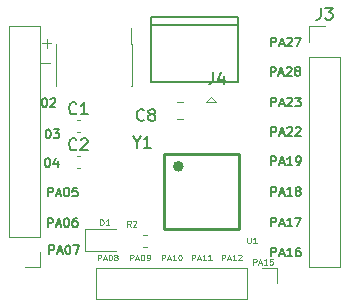
<source format=gbr>
G04 #@! TF.GenerationSoftware,KiCad,Pcbnew,(5.0.1)-rc2*
G04 #@! TF.CreationDate,2019-05-10T17:24:36-07:00*
G04 #@! TF.ProjectId,SAMD21E,53414D443231452E6B696361645F7063,rev?*
G04 #@! TF.SameCoordinates,Original*
G04 #@! TF.FileFunction,Legend,Top*
G04 #@! TF.FilePolarity,Positive*
%FSLAX46Y46*%
G04 Gerber Fmt 4.6, Leading zero omitted, Abs format (unit mm)*
G04 Created by KiCad (PCBNEW (5.0.1)-rc2) date 5/10/2019 5:24:36 PM*
%MOMM*%
%LPD*%
G01*
G04 APERTURE LIST*
%ADD10C,0.125000*%
%ADD11C,0.180000*%
%ADD12C,0.100000*%
%ADD13C,0.120000*%
%ADD14C,0.254000*%
%ADD15C,0.381000*%
%ADD16C,0.150000*%
%ADD17C,0.099060*%
G04 APERTURE END LIST*
D10*
X164380171Y-110309790D02*
X164380171Y-109809790D01*
X164570647Y-109809790D01*
X164618266Y-109833600D01*
X164642076Y-109857409D01*
X164665885Y-109905028D01*
X164665885Y-109976457D01*
X164642076Y-110024076D01*
X164618266Y-110047885D01*
X164570647Y-110071695D01*
X164380171Y-110071695D01*
X164856361Y-110166933D02*
X165094457Y-110166933D01*
X164808742Y-110309790D02*
X164975409Y-109809790D01*
X165142076Y-110309790D01*
X165570647Y-110309790D02*
X165284933Y-110309790D01*
X165427790Y-110309790D02*
X165427790Y-109809790D01*
X165380171Y-109881219D01*
X165332552Y-109928838D01*
X165284933Y-109952647D01*
X166023028Y-109809790D02*
X165784933Y-109809790D01*
X165761123Y-110047885D01*
X165784933Y-110024076D01*
X165832552Y-110000266D01*
X165951600Y-110000266D01*
X165999219Y-110024076D01*
X166023028Y-110047885D01*
X166046838Y-110095504D01*
X166046838Y-110214552D01*
X166023028Y-110262171D01*
X165999219Y-110285980D01*
X165951600Y-110309790D01*
X165832552Y-110309790D01*
X165784933Y-110285980D01*
X165761123Y-110262171D01*
X161738571Y-109954190D02*
X161738571Y-109454190D01*
X161929047Y-109454190D01*
X161976666Y-109478000D01*
X162000476Y-109501809D01*
X162024285Y-109549428D01*
X162024285Y-109620857D01*
X162000476Y-109668476D01*
X161976666Y-109692285D01*
X161929047Y-109716095D01*
X161738571Y-109716095D01*
X162214761Y-109811333D02*
X162452857Y-109811333D01*
X162167142Y-109954190D02*
X162333809Y-109454190D01*
X162500476Y-109954190D01*
X162929047Y-109954190D02*
X162643333Y-109954190D01*
X162786190Y-109954190D02*
X162786190Y-109454190D01*
X162738571Y-109525619D01*
X162690952Y-109573238D01*
X162643333Y-109597047D01*
X163119523Y-109501809D02*
X163143333Y-109478000D01*
X163190952Y-109454190D01*
X163310000Y-109454190D01*
X163357619Y-109478000D01*
X163381428Y-109501809D01*
X163405238Y-109549428D01*
X163405238Y-109597047D01*
X163381428Y-109668476D01*
X163095714Y-109954190D01*
X163405238Y-109954190D01*
X159198571Y-109954190D02*
X159198571Y-109454190D01*
X159389047Y-109454190D01*
X159436666Y-109478000D01*
X159460476Y-109501809D01*
X159484285Y-109549428D01*
X159484285Y-109620857D01*
X159460476Y-109668476D01*
X159436666Y-109692285D01*
X159389047Y-109716095D01*
X159198571Y-109716095D01*
X159674761Y-109811333D02*
X159912857Y-109811333D01*
X159627142Y-109954190D02*
X159793809Y-109454190D01*
X159960476Y-109954190D01*
X160389047Y-109954190D02*
X160103333Y-109954190D01*
X160246190Y-109954190D02*
X160246190Y-109454190D01*
X160198571Y-109525619D01*
X160150952Y-109573238D01*
X160103333Y-109597047D01*
X160865238Y-109954190D02*
X160579523Y-109954190D01*
X160722380Y-109954190D02*
X160722380Y-109454190D01*
X160674761Y-109525619D01*
X160627142Y-109573238D01*
X160579523Y-109597047D01*
X156658571Y-109954190D02*
X156658571Y-109454190D01*
X156849047Y-109454190D01*
X156896666Y-109478000D01*
X156920476Y-109501809D01*
X156944285Y-109549428D01*
X156944285Y-109620857D01*
X156920476Y-109668476D01*
X156896666Y-109692285D01*
X156849047Y-109716095D01*
X156658571Y-109716095D01*
X157134761Y-109811333D02*
X157372857Y-109811333D01*
X157087142Y-109954190D02*
X157253809Y-109454190D01*
X157420476Y-109954190D01*
X157849047Y-109954190D02*
X157563333Y-109954190D01*
X157706190Y-109954190D02*
X157706190Y-109454190D01*
X157658571Y-109525619D01*
X157610952Y-109573238D01*
X157563333Y-109597047D01*
X158158571Y-109454190D02*
X158206190Y-109454190D01*
X158253809Y-109478000D01*
X158277619Y-109501809D01*
X158301428Y-109549428D01*
X158325238Y-109644666D01*
X158325238Y-109763714D01*
X158301428Y-109858952D01*
X158277619Y-109906571D01*
X158253809Y-109930380D01*
X158206190Y-109954190D01*
X158158571Y-109954190D01*
X158110952Y-109930380D01*
X158087142Y-109906571D01*
X158063333Y-109858952D01*
X158039523Y-109763714D01*
X158039523Y-109644666D01*
X158063333Y-109549428D01*
X158087142Y-109501809D01*
X158110952Y-109478000D01*
X158158571Y-109454190D01*
X153966171Y-109954190D02*
X153966171Y-109454190D01*
X154156647Y-109454190D01*
X154204266Y-109478000D01*
X154228076Y-109501809D01*
X154251885Y-109549428D01*
X154251885Y-109620857D01*
X154228076Y-109668476D01*
X154204266Y-109692285D01*
X154156647Y-109716095D01*
X153966171Y-109716095D01*
X154442361Y-109811333D02*
X154680457Y-109811333D01*
X154394742Y-109954190D02*
X154561409Y-109454190D01*
X154728076Y-109954190D01*
X154989980Y-109454190D02*
X155037600Y-109454190D01*
X155085219Y-109478000D01*
X155109028Y-109501809D01*
X155132838Y-109549428D01*
X155156647Y-109644666D01*
X155156647Y-109763714D01*
X155132838Y-109858952D01*
X155109028Y-109906571D01*
X155085219Y-109930380D01*
X155037600Y-109954190D01*
X154989980Y-109954190D01*
X154942361Y-109930380D01*
X154918552Y-109906571D01*
X154894742Y-109858952D01*
X154870933Y-109763714D01*
X154870933Y-109644666D01*
X154894742Y-109549428D01*
X154918552Y-109501809D01*
X154942361Y-109478000D01*
X154989980Y-109454190D01*
X155394742Y-109954190D02*
X155489980Y-109954190D01*
X155537600Y-109930380D01*
X155561409Y-109906571D01*
X155609028Y-109835142D01*
X155632838Y-109739904D01*
X155632838Y-109549428D01*
X155609028Y-109501809D01*
X155585219Y-109478000D01*
X155537600Y-109454190D01*
X155442361Y-109454190D01*
X155394742Y-109478000D01*
X155370933Y-109501809D01*
X155347123Y-109549428D01*
X155347123Y-109668476D01*
X155370933Y-109716095D01*
X155394742Y-109739904D01*
X155442361Y-109763714D01*
X155537600Y-109763714D01*
X155585219Y-109739904D01*
X155609028Y-109716095D01*
X155632838Y-109668476D01*
X151222971Y-109954190D02*
X151222971Y-109454190D01*
X151413447Y-109454190D01*
X151461066Y-109478000D01*
X151484876Y-109501809D01*
X151508685Y-109549428D01*
X151508685Y-109620857D01*
X151484876Y-109668476D01*
X151461066Y-109692285D01*
X151413447Y-109716095D01*
X151222971Y-109716095D01*
X151699161Y-109811333D02*
X151937257Y-109811333D01*
X151651542Y-109954190D02*
X151818209Y-109454190D01*
X151984876Y-109954190D01*
X152246780Y-109454190D02*
X152294400Y-109454190D01*
X152342019Y-109478000D01*
X152365828Y-109501809D01*
X152389638Y-109549428D01*
X152413447Y-109644666D01*
X152413447Y-109763714D01*
X152389638Y-109858952D01*
X152365828Y-109906571D01*
X152342019Y-109930380D01*
X152294400Y-109954190D01*
X152246780Y-109954190D01*
X152199161Y-109930380D01*
X152175352Y-109906571D01*
X152151542Y-109858952D01*
X152127733Y-109763714D01*
X152127733Y-109644666D01*
X152151542Y-109549428D01*
X152175352Y-109501809D01*
X152199161Y-109478000D01*
X152246780Y-109454190D01*
X152699161Y-109668476D02*
X152651542Y-109644666D01*
X152627733Y-109620857D01*
X152603923Y-109573238D01*
X152603923Y-109549428D01*
X152627733Y-109501809D01*
X152651542Y-109478000D01*
X152699161Y-109454190D01*
X152794400Y-109454190D01*
X152842019Y-109478000D01*
X152865828Y-109501809D01*
X152889638Y-109549428D01*
X152889638Y-109573238D01*
X152865828Y-109620857D01*
X152842019Y-109644666D01*
X152794400Y-109668476D01*
X152699161Y-109668476D01*
X152651542Y-109692285D01*
X152627733Y-109716095D01*
X152603923Y-109763714D01*
X152603923Y-109858952D01*
X152627733Y-109906571D01*
X152651542Y-109930380D01*
X152699161Y-109954190D01*
X152794400Y-109954190D01*
X152842019Y-109930380D01*
X152865828Y-109906571D01*
X152889638Y-109858952D01*
X152889638Y-109763714D01*
X152865828Y-109716095D01*
X152842019Y-109692285D01*
X152794400Y-109668476D01*
D11*
X165899857Y-91830085D02*
X165899857Y-91080085D01*
X166185571Y-91080085D01*
X166257000Y-91115800D01*
X166292714Y-91151514D01*
X166328428Y-91222942D01*
X166328428Y-91330085D01*
X166292714Y-91401514D01*
X166257000Y-91437228D01*
X166185571Y-91472942D01*
X165899857Y-91472942D01*
X166614142Y-91615800D02*
X166971285Y-91615800D01*
X166542714Y-91830085D02*
X166792714Y-91080085D01*
X167042714Y-91830085D01*
X167257000Y-91151514D02*
X167292714Y-91115800D01*
X167364142Y-91080085D01*
X167542714Y-91080085D01*
X167614142Y-91115800D01*
X167649857Y-91151514D01*
X167685571Y-91222942D01*
X167685571Y-91294371D01*
X167649857Y-91401514D01*
X167221285Y-91830085D01*
X167685571Y-91830085D01*
X167935571Y-91080085D02*
X168435571Y-91080085D01*
X168114142Y-91830085D01*
X165849057Y-94319285D02*
X165849057Y-93569285D01*
X166134771Y-93569285D01*
X166206200Y-93605000D01*
X166241914Y-93640714D01*
X166277628Y-93712142D01*
X166277628Y-93819285D01*
X166241914Y-93890714D01*
X166206200Y-93926428D01*
X166134771Y-93962142D01*
X165849057Y-93962142D01*
X166563342Y-94105000D02*
X166920485Y-94105000D01*
X166491914Y-94319285D02*
X166741914Y-93569285D01*
X166991914Y-94319285D01*
X167206200Y-93640714D02*
X167241914Y-93605000D01*
X167313342Y-93569285D01*
X167491914Y-93569285D01*
X167563342Y-93605000D01*
X167599057Y-93640714D01*
X167634771Y-93712142D01*
X167634771Y-93783571D01*
X167599057Y-93890714D01*
X167170485Y-94319285D01*
X167634771Y-94319285D01*
X168063342Y-93890714D02*
X167991914Y-93855000D01*
X167956200Y-93819285D01*
X167920485Y-93747857D01*
X167920485Y-93712142D01*
X167956200Y-93640714D01*
X167991914Y-93605000D01*
X168063342Y-93569285D01*
X168206200Y-93569285D01*
X168277628Y-93605000D01*
X168313342Y-93640714D01*
X168349057Y-93712142D01*
X168349057Y-93747857D01*
X168313342Y-93819285D01*
X168277628Y-93855000D01*
X168206200Y-93890714D01*
X168063342Y-93890714D01*
X167991914Y-93926428D01*
X167956200Y-93962142D01*
X167920485Y-94033571D01*
X167920485Y-94176428D01*
X167956200Y-94247857D01*
X167991914Y-94283571D01*
X168063342Y-94319285D01*
X168206200Y-94319285D01*
X168277628Y-94283571D01*
X168313342Y-94247857D01*
X168349057Y-94176428D01*
X168349057Y-94033571D01*
X168313342Y-93962142D01*
X168277628Y-93926428D01*
X168206200Y-93890714D01*
X165899857Y-96910085D02*
X165899857Y-96160085D01*
X166185571Y-96160085D01*
X166257000Y-96195800D01*
X166292714Y-96231514D01*
X166328428Y-96302942D01*
X166328428Y-96410085D01*
X166292714Y-96481514D01*
X166257000Y-96517228D01*
X166185571Y-96552942D01*
X165899857Y-96552942D01*
X166614142Y-96695800D02*
X166971285Y-96695800D01*
X166542714Y-96910085D02*
X166792714Y-96160085D01*
X167042714Y-96910085D01*
X167257000Y-96231514D02*
X167292714Y-96195800D01*
X167364142Y-96160085D01*
X167542714Y-96160085D01*
X167614142Y-96195800D01*
X167649857Y-96231514D01*
X167685571Y-96302942D01*
X167685571Y-96374371D01*
X167649857Y-96481514D01*
X167221285Y-96910085D01*
X167685571Y-96910085D01*
X167935571Y-96160085D02*
X168399857Y-96160085D01*
X168149857Y-96445800D01*
X168257000Y-96445800D01*
X168328428Y-96481514D01*
X168364142Y-96517228D01*
X168399857Y-96588657D01*
X168399857Y-96767228D01*
X168364142Y-96838657D01*
X168328428Y-96874371D01*
X168257000Y-96910085D01*
X168042714Y-96910085D01*
X167971285Y-96874371D01*
X167935571Y-96838657D01*
X165899857Y-99399285D02*
X165899857Y-98649285D01*
X166185571Y-98649285D01*
X166257000Y-98685000D01*
X166292714Y-98720714D01*
X166328428Y-98792142D01*
X166328428Y-98899285D01*
X166292714Y-98970714D01*
X166257000Y-99006428D01*
X166185571Y-99042142D01*
X165899857Y-99042142D01*
X166614142Y-99185000D02*
X166971285Y-99185000D01*
X166542714Y-99399285D02*
X166792714Y-98649285D01*
X167042714Y-99399285D01*
X167257000Y-98720714D02*
X167292714Y-98685000D01*
X167364142Y-98649285D01*
X167542714Y-98649285D01*
X167614142Y-98685000D01*
X167649857Y-98720714D01*
X167685571Y-98792142D01*
X167685571Y-98863571D01*
X167649857Y-98970714D01*
X167221285Y-99399285D01*
X167685571Y-99399285D01*
X167971285Y-98720714D02*
X168007000Y-98685000D01*
X168078428Y-98649285D01*
X168257000Y-98649285D01*
X168328428Y-98685000D01*
X168364142Y-98720714D01*
X168399857Y-98792142D01*
X168399857Y-98863571D01*
X168364142Y-98970714D01*
X167935571Y-99399285D01*
X168399857Y-99399285D01*
X165899857Y-101888485D02*
X165899857Y-101138485D01*
X166185571Y-101138485D01*
X166257000Y-101174200D01*
X166292714Y-101209914D01*
X166328428Y-101281342D01*
X166328428Y-101388485D01*
X166292714Y-101459914D01*
X166257000Y-101495628D01*
X166185571Y-101531342D01*
X165899857Y-101531342D01*
X166614142Y-101674200D02*
X166971285Y-101674200D01*
X166542714Y-101888485D02*
X166792714Y-101138485D01*
X167042714Y-101888485D01*
X167685571Y-101888485D02*
X167257000Y-101888485D01*
X167471285Y-101888485D02*
X167471285Y-101138485D01*
X167399857Y-101245628D01*
X167328428Y-101317057D01*
X167257000Y-101352771D01*
X168042714Y-101888485D02*
X168185571Y-101888485D01*
X168257000Y-101852771D01*
X168292714Y-101817057D01*
X168364142Y-101709914D01*
X168399857Y-101567057D01*
X168399857Y-101281342D01*
X168364142Y-101209914D01*
X168328428Y-101174200D01*
X168257000Y-101138485D01*
X168114142Y-101138485D01*
X168042714Y-101174200D01*
X168007000Y-101209914D01*
X167971285Y-101281342D01*
X167971285Y-101459914D01*
X168007000Y-101531342D01*
X168042714Y-101567057D01*
X168114142Y-101602771D01*
X168257000Y-101602771D01*
X168328428Y-101567057D01*
X168364142Y-101531342D01*
X168399857Y-101459914D01*
X165899857Y-104479285D02*
X165899857Y-103729285D01*
X166185571Y-103729285D01*
X166257000Y-103765000D01*
X166292714Y-103800714D01*
X166328428Y-103872142D01*
X166328428Y-103979285D01*
X166292714Y-104050714D01*
X166257000Y-104086428D01*
X166185571Y-104122142D01*
X165899857Y-104122142D01*
X166614142Y-104265000D02*
X166971285Y-104265000D01*
X166542714Y-104479285D02*
X166792714Y-103729285D01*
X167042714Y-104479285D01*
X167685571Y-104479285D02*
X167257000Y-104479285D01*
X167471285Y-104479285D02*
X167471285Y-103729285D01*
X167399857Y-103836428D01*
X167328428Y-103907857D01*
X167257000Y-103943571D01*
X168114142Y-104050714D02*
X168042714Y-104015000D01*
X168007000Y-103979285D01*
X167971285Y-103907857D01*
X167971285Y-103872142D01*
X168007000Y-103800714D01*
X168042714Y-103765000D01*
X168114142Y-103729285D01*
X168257000Y-103729285D01*
X168328428Y-103765000D01*
X168364142Y-103800714D01*
X168399857Y-103872142D01*
X168399857Y-103907857D01*
X168364142Y-103979285D01*
X168328428Y-104015000D01*
X168257000Y-104050714D01*
X168114142Y-104050714D01*
X168042714Y-104086428D01*
X168007000Y-104122142D01*
X167971285Y-104193571D01*
X167971285Y-104336428D01*
X168007000Y-104407857D01*
X168042714Y-104443571D01*
X168114142Y-104479285D01*
X168257000Y-104479285D01*
X168328428Y-104443571D01*
X168364142Y-104407857D01*
X168399857Y-104336428D01*
X168399857Y-104193571D01*
X168364142Y-104122142D01*
X168328428Y-104086428D01*
X168257000Y-104050714D01*
X165899857Y-107070085D02*
X165899857Y-106320085D01*
X166185571Y-106320085D01*
X166257000Y-106355800D01*
X166292714Y-106391514D01*
X166328428Y-106462942D01*
X166328428Y-106570085D01*
X166292714Y-106641514D01*
X166257000Y-106677228D01*
X166185571Y-106712942D01*
X165899857Y-106712942D01*
X166614142Y-106855800D02*
X166971285Y-106855800D01*
X166542714Y-107070085D02*
X166792714Y-106320085D01*
X167042714Y-107070085D01*
X167685571Y-107070085D02*
X167257000Y-107070085D01*
X167471285Y-107070085D02*
X167471285Y-106320085D01*
X167399857Y-106427228D01*
X167328428Y-106498657D01*
X167257000Y-106534371D01*
X167935571Y-106320085D02*
X168435571Y-106320085D01*
X168114142Y-107070085D01*
X165899857Y-109610085D02*
X165899857Y-108860085D01*
X166185571Y-108860085D01*
X166257000Y-108895800D01*
X166292714Y-108931514D01*
X166328428Y-109002942D01*
X166328428Y-109110085D01*
X166292714Y-109181514D01*
X166257000Y-109217228D01*
X166185571Y-109252942D01*
X165899857Y-109252942D01*
X166614142Y-109395800D02*
X166971285Y-109395800D01*
X166542714Y-109610085D02*
X166792714Y-108860085D01*
X167042714Y-109610085D01*
X167685571Y-109610085D02*
X167257000Y-109610085D01*
X167471285Y-109610085D02*
X167471285Y-108860085D01*
X167399857Y-108967228D01*
X167328428Y-109038657D01*
X167257000Y-109074371D01*
X168328428Y-108860085D02*
X168185571Y-108860085D01*
X168114142Y-108895800D01*
X168078428Y-108931514D01*
X168007000Y-109038657D01*
X167971285Y-109181514D01*
X167971285Y-109467228D01*
X168007000Y-109538657D01*
X168042714Y-109574371D01*
X168114142Y-109610085D01*
X168257000Y-109610085D01*
X168328428Y-109574371D01*
X168364142Y-109538657D01*
X168399857Y-109467228D01*
X168399857Y-109288657D01*
X168364142Y-109217228D01*
X168328428Y-109181514D01*
X168257000Y-109145800D01*
X168114142Y-109145800D01*
X168042714Y-109181514D01*
X168007000Y-109217228D01*
X167971285Y-109288657D01*
X147119097Y-109411965D02*
X147119097Y-108661965D01*
X147404811Y-108661965D01*
X147476240Y-108697680D01*
X147511954Y-108733394D01*
X147547668Y-108804822D01*
X147547668Y-108911965D01*
X147511954Y-108983394D01*
X147476240Y-109019108D01*
X147404811Y-109054822D01*
X147119097Y-109054822D01*
X147833382Y-109197680D02*
X148190525Y-109197680D01*
X147761954Y-109411965D02*
X148011954Y-108661965D01*
X148261954Y-109411965D01*
X148654811Y-108661965D02*
X148726240Y-108661965D01*
X148797668Y-108697680D01*
X148833382Y-108733394D01*
X148869097Y-108804822D01*
X148904811Y-108947680D01*
X148904811Y-109126251D01*
X148869097Y-109269108D01*
X148833382Y-109340537D01*
X148797668Y-109376251D01*
X148726240Y-109411965D01*
X148654811Y-109411965D01*
X148583382Y-109376251D01*
X148547668Y-109340537D01*
X148511954Y-109269108D01*
X148476240Y-109126251D01*
X148476240Y-108947680D01*
X148511954Y-108804822D01*
X148547668Y-108733394D01*
X148583382Y-108697680D01*
X148654811Y-108661965D01*
X149154811Y-108661965D02*
X149654811Y-108661965D01*
X149333382Y-109411965D01*
X147002257Y-107120885D02*
X147002257Y-106370885D01*
X147287971Y-106370885D01*
X147359400Y-106406600D01*
X147395114Y-106442314D01*
X147430828Y-106513742D01*
X147430828Y-106620885D01*
X147395114Y-106692314D01*
X147359400Y-106728028D01*
X147287971Y-106763742D01*
X147002257Y-106763742D01*
X147716542Y-106906600D02*
X148073685Y-106906600D01*
X147645114Y-107120885D02*
X147895114Y-106370885D01*
X148145114Y-107120885D01*
X148537971Y-106370885D02*
X148609400Y-106370885D01*
X148680828Y-106406600D01*
X148716542Y-106442314D01*
X148752257Y-106513742D01*
X148787971Y-106656600D01*
X148787971Y-106835171D01*
X148752257Y-106978028D01*
X148716542Y-107049457D01*
X148680828Y-107085171D01*
X148609400Y-107120885D01*
X148537971Y-107120885D01*
X148466542Y-107085171D01*
X148430828Y-107049457D01*
X148395114Y-106978028D01*
X148359400Y-106835171D01*
X148359400Y-106656600D01*
X148395114Y-106513742D01*
X148430828Y-106442314D01*
X148466542Y-106406600D01*
X148537971Y-106370885D01*
X149430828Y-106370885D02*
X149287971Y-106370885D01*
X149216542Y-106406600D01*
X149180828Y-106442314D01*
X149109400Y-106549457D01*
X149073685Y-106692314D01*
X149073685Y-106978028D01*
X149109400Y-107049457D01*
X149145114Y-107085171D01*
X149216542Y-107120885D01*
X149359400Y-107120885D01*
X149430828Y-107085171D01*
X149466542Y-107049457D01*
X149502257Y-106978028D01*
X149502257Y-106799457D01*
X149466542Y-106728028D01*
X149430828Y-106692314D01*
X149359400Y-106656600D01*
X149216542Y-106656600D01*
X149145114Y-106692314D01*
X149109400Y-106728028D01*
X149073685Y-106799457D01*
X147002257Y-104530085D02*
X147002257Y-103780085D01*
X147287971Y-103780085D01*
X147359400Y-103815800D01*
X147395114Y-103851514D01*
X147430828Y-103922942D01*
X147430828Y-104030085D01*
X147395114Y-104101514D01*
X147359400Y-104137228D01*
X147287971Y-104172942D01*
X147002257Y-104172942D01*
X147716542Y-104315800D02*
X148073685Y-104315800D01*
X147645114Y-104530085D02*
X147895114Y-103780085D01*
X148145114Y-104530085D01*
X148537971Y-103780085D02*
X148609400Y-103780085D01*
X148680828Y-103815800D01*
X148716542Y-103851514D01*
X148752257Y-103922942D01*
X148787971Y-104065800D01*
X148787971Y-104244371D01*
X148752257Y-104387228D01*
X148716542Y-104458657D01*
X148680828Y-104494371D01*
X148609400Y-104530085D01*
X148537971Y-104530085D01*
X148466542Y-104494371D01*
X148430828Y-104458657D01*
X148395114Y-104387228D01*
X148359400Y-104244371D01*
X148359400Y-104065800D01*
X148395114Y-103922942D01*
X148430828Y-103851514D01*
X148466542Y-103815800D01*
X148537971Y-103780085D01*
X149466542Y-103780085D02*
X149109400Y-103780085D01*
X149073685Y-104137228D01*
X149109400Y-104101514D01*
X149180828Y-104065800D01*
X149359400Y-104065800D01*
X149430828Y-104101514D01*
X149466542Y-104137228D01*
X149502257Y-104208657D01*
X149502257Y-104387228D01*
X149466542Y-104458657D01*
X149430828Y-104494371D01*
X149359400Y-104530085D01*
X149180828Y-104530085D01*
X149109400Y-104494371D01*
X149073685Y-104458657D01*
X146927142Y-101290885D02*
X146998571Y-101290885D01*
X147070000Y-101326600D01*
X147105714Y-101362314D01*
X147141428Y-101433742D01*
X147177142Y-101576600D01*
X147177142Y-101755171D01*
X147141428Y-101898028D01*
X147105714Y-101969457D01*
X147070000Y-102005171D01*
X146998571Y-102040885D01*
X146927142Y-102040885D01*
X146855714Y-102005171D01*
X146820000Y-101969457D01*
X146784285Y-101898028D01*
X146748571Y-101755171D01*
X146748571Y-101576600D01*
X146784285Y-101433742D01*
X146820000Y-101362314D01*
X146855714Y-101326600D01*
X146927142Y-101290885D01*
X147820000Y-101540885D02*
X147820000Y-102040885D01*
X147641428Y-101255171D02*
X147462857Y-101790885D01*
X147927142Y-101790885D01*
X146977942Y-98852485D02*
X147049371Y-98852485D01*
X147120800Y-98888200D01*
X147156514Y-98923914D01*
X147192228Y-98995342D01*
X147227942Y-99138200D01*
X147227942Y-99316771D01*
X147192228Y-99459628D01*
X147156514Y-99531057D01*
X147120800Y-99566771D01*
X147049371Y-99602485D01*
X146977942Y-99602485D01*
X146906514Y-99566771D01*
X146870800Y-99531057D01*
X146835085Y-99459628D01*
X146799371Y-99316771D01*
X146799371Y-99138200D01*
X146835085Y-98995342D01*
X146870800Y-98923914D01*
X146906514Y-98888200D01*
X146977942Y-98852485D01*
X147477942Y-98852485D02*
X147942228Y-98852485D01*
X147692228Y-99138200D01*
X147799371Y-99138200D01*
X147870800Y-99173914D01*
X147906514Y-99209628D01*
X147942228Y-99281057D01*
X147942228Y-99459628D01*
X147906514Y-99531057D01*
X147870800Y-99566771D01*
X147799371Y-99602485D01*
X147585085Y-99602485D01*
X147513657Y-99566771D01*
X147477942Y-99531057D01*
X146673142Y-96210885D02*
X146744571Y-96210885D01*
X146816000Y-96246600D01*
X146851714Y-96282314D01*
X146887428Y-96353742D01*
X146923142Y-96496600D01*
X146923142Y-96675171D01*
X146887428Y-96818028D01*
X146851714Y-96889457D01*
X146816000Y-96925171D01*
X146744571Y-96960885D01*
X146673142Y-96960885D01*
X146601714Y-96925171D01*
X146566000Y-96889457D01*
X146530285Y-96818028D01*
X146494571Y-96675171D01*
X146494571Y-96496600D01*
X146530285Y-96353742D01*
X146566000Y-96282314D01*
X146601714Y-96246600D01*
X146673142Y-96210885D01*
X147208857Y-96282314D02*
X147244571Y-96246600D01*
X147316000Y-96210885D01*
X147494571Y-96210885D01*
X147566000Y-96246600D01*
X147601714Y-96282314D01*
X147637428Y-96353742D01*
X147637428Y-96425171D01*
X147601714Y-96532314D01*
X147173142Y-96960885D01*
X147637428Y-96960885D01*
D12*
X146431047Y-93238628D02*
X147192952Y-93238628D01*
X146532647Y-91562228D02*
X147294552Y-91562228D01*
X146913600Y-91943180D02*
X146913600Y-91181276D01*
D13*
G04 #@! TO.C,C1*
X149417721Y-99062000D02*
X149743279Y-99062000D01*
X149417721Y-98042000D02*
X149743279Y-98042000D01*
G04 #@! TO.C,C2*
X149417721Y-101090000D02*
X149743279Y-101090000D01*
X149417721Y-102110000D02*
X149743279Y-102110000D01*
G04 #@! TO.C,C8*
X158452078Y-97992000D02*
X157934922Y-97992000D01*
X158452078Y-96572000D02*
X157934922Y-96572000D01*
G04 #@! TO.C,J2*
X151070000Y-110557000D02*
X151070000Y-113217000D01*
X163830000Y-110557000D02*
X151070000Y-110557000D01*
X163830000Y-113217000D02*
X151070000Y-113217000D01*
X163830000Y-110557000D02*
X163830000Y-113217000D01*
X165100000Y-110557000D02*
X166430000Y-110557000D01*
X166430000Y-110557000D02*
X166430000Y-111887000D01*
G04 #@! TO.C,J5*
X154111000Y-91625000D02*
X154111000Y-95155000D01*
X147641000Y-91625000D02*
X147641000Y-95155000D01*
X154046000Y-90300000D02*
X154046000Y-91625000D01*
X154111000Y-91625000D02*
X154046000Y-91625000D01*
X154111000Y-95155000D02*
X154046000Y-95155000D01*
X147706000Y-91625000D02*
X147641000Y-91625000D01*
X147706000Y-95155000D02*
X147641000Y-95155000D01*
D14*
G04 #@! TO.C,U1*
X163189920Y-100970080D02*
X163189920Y-107309920D01*
X163189920Y-107309920D02*
X156850080Y-107309920D01*
X156850080Y-107309920D02*
X156850080Y-100970080D01*
X156850080Y-100970080D02*
X163189920Y-100965000D01*
D15*
X158283675Y-101986080D02*
G75*
G03X158283675Y-101986080I-249955J0D01*
G01*
D13*
G04 #@! TO.C,J1*
X146364000Y-110550000D02*
X145034000Y-110550000D01*
X146364000Y-109220000D02*
X146364000Y-110550000D01*
X146364000Y-107950000D02*
X143704000Y-107950000D01*
X143704000Y-107950000D02*
X143704000Y-90110000D01*
X146364000Y-107950000D02*
X146364000Y-90110000D01*
X146364000Y-90110000D02*
X143704000Y-90110000D01*
G04 #@! TO.C,J3*
X169104000Y-110550000D02*
X171764000Y-110550000D01*
X169104000Y-92710000D02*
X169104000Y-110550000D01*
X171764000Y-92710000D02*
X171764000Y-110550000D01*
X169104000Y-92710000D02*
X171764000Y-92710000D01*
X169104000Y-91440000D02*
X169104000Y-90110000D01*
X169104000Y-90110000D02*
X170434000Y-90110000D01*
G04 #@! TO.C,J4*
X160791500Y-96077500D02*
X161191500Y-96527500D01*
X161191500Y-96527500D02*
X160391500Y-96527500D01*
X160391500Y-96527500D02*
X160791500Y-96077500D01*
D16*
X163116500Y-89362500D02*
X163116500Y-94862500D01*
X163116500Y-94862500D02*
X155716500Y-94862500D01*
X155716500Y-94862500D02*
X155716500Y-89362500D01*
X155716500Y-89362500D02*
X163116500Y-89362500D01*
X163116500Y-90062500D02*
X155716500Y-90062500D01*
X155716500Y-90062500D02*
X155716500Y-89362500D01*
D13*
G04 #@! TO.C,D1*
X152792700Y-107254160D02*
X150107700Y-107254160D01*
X150107700Y-107254160D02*
X150107700Y-109174160D01*
X150107700Y-109174160D02*
X152792700Y-109174160D01*
G04 #@! TO.C,R2*
X155356679Y-108835920D02*
X155031121Y-108835920D01*
X155356679Y-107815920D02*
X155031121Y-107815920D01*
G04 #@! TO.C,C1*
D16*
X149413833Y-97479142D02*
X149366214Y-97526761D01*
X149223357Y-97574380D01*
X149128119Y-97574380D01*
X148985261Y-97526761D01*
X148890023Y-97431523D01*
X148842404Y-97336285D01*
X148794785Y-97145809D01*
X148794785Y-97002952D01*
X148842404Y-96812476D01*
X148890023Y-96717238D01*
X148985261Y-96622000D01*
X149128119Y-96574380D01*
X149223357Y-96574380D01*
X149366214Y-96622000D01*
X149413833Y-96669619D01*
X150366214Y-97574380D02*
X149794785Y-97574380D01*
X150080500Y-97574380D02*
X150080500Y-96574380D01*
X149985261Y-96717238D01*
X149890023Y-96812476D01*
X149794785Y-96860095D01*
G04 #@! TO.C,C2*
X149413833Y-100527142D02*
X149366214Y-100574761D01*
X149223357Y-100622380D01*
X149128119Y-100622380D01*
X148985261Y-100574761D01*
X148890023Y-100479523D01*
X148842404Y-100384285D01*
X148794785Y-100193809D01*
X148794785Y-100050952D01*
X148842404Y-99860476D01*
X148890023Y-99765238D01*
X148985261Y-99670000D01*
X149128119Y-99622380D01*
X149223357Y-99622380D01*
X149366214Y-99670000D01*
X149413833Y-99717619D01*
X149794785Y-99717619D02*
X149842404Y-99670000D01*
X149937642Y-99622380D01*
X150175738Y-99622380D01*
X150270976Y-99670000D01*
X150318595Y-99717619D01*
X150366214Y-99812857D01*
X150366214Y-99908095D01*
X150318595Y-100050952D01*
X149747166Y-100622380D01*
X150366214Y-100622380D01*
G04 #@! TO.C,C8*
X155128933Y-98045542D02*
X155081314Y-98093161D01*
X154938457Y-98140780D01*
X154843219Y-98140780D01*
X154700361Y-98093161D01*
X154605123Y-97997923D01*
X154557504Y-97902685D01*
X154509885Y-97712209D01*
X154509885Y-97569352D01*
X154557504Y-97378876D01*
X154605123Y-97283638D01*
X154700361Y-97188400D01*
X154843219Y-97140780D01*
X154938457Y-97140780D01*
X155081314Y-97188400D01*
X155128933Y-97236019D01*
X155700361Y-97569352D02*
X155605123Y-97521733D01*
X155557504Y-97474114D01*
X155509885Y-97378876D01*
X155509885Y-97331257D01*
X155557504Y-97236019D01*
X155605123Y-97188400D01*
X155700361Y-97140780D01*
X155890838Y-97140780D01*
X155986076Y-97188400D01*
X156033695Y-97236019D01*
X156081314Y-97331257D01*
X156081314Y-97378876D01*
X156033695Y-97474114D01*
X155986076Y-97521733D01*
X155890838Y-97569352D01*
X155700361Y-97569352D01*
X155605123Y-97616971D01*
X155557504Y-97664590D01*
X155509885Y-97759828D01*
X155509885Y-97950304D01*
X155557504Y-98045542D01*
X155605123Y-98093161D01*
X155700361Y-98140780D01*
X155890838Y-98140780D01*
X155986076Y-98093161D01*
X156033695Y-98045542D01*
X156081314Y-97950304D01*
X156081314Y-97759828D01*
X156033695Y-97664590D01*
X155986076Y-97616971D01*
X155890838Y-97569352D01*
G04 #@! TO.C,U1*
D17*
X163880558Y-108016342D02*
X163880558Y-108421411D01*
X163904385Y-108469067D01*
X163928213Y-108492894D01*
X163975868Y-108516722D01*
X164071179Y-108516722D01*
X164118834Y-108492894D01*
X164142661Y-108469067D01*
X164166489Y-108421411D01*
X164166489Y-108016342D01*
X164666869Y-108516722D02*
X164380938Y-108516722D01*
X164523903Y-108516722D02*
X164523903Y-108016342D01*
X164476248Y-108087825D01*
X164428593Y-108135480D01*
X164380938Y-108159308D01*
G04 #@! TO.C,Y1*
D16*
X154514609Y-99950590D02*
X154514609Y-100426780D01*
X154181276Y-99426780D02*
X154514609Y-99950590D01*
X154847942Y-99426780D01*
X155705085Y-100426780D02*
X155133657Y-100426780D01*
X155419371Y-100426780D02*
X155419371Y-99426780D01*
X155324133Y-99569638D01*
X155228895Y-99664876D01*
X155133657Y-99712495D01*
G04 #@! TO.C,J3*
X170100666Y-88562380D02*
X170100666Y-89276666D01*
X170053047Y-89419523D01*
X169957809Y-89514761D01*
X169814952Y-89562380D01*
X169719714Y-89562380D01*
X170481619Y-88562380D02*
X171100666Y-88562380D01*
X170767333Y-88943333D01*
X170910190Y-88943333D01*
X171005428Y-88990952D01*
X171053047Y-89038571D01*
X171100666Y-89133809D01*
X171100666Y-89371904D01*
X171053047Y-89467142D01*
X171005428Y-89514761D01*
X170910190Y-89562380D01*
X170624476Y-89562380D01*
X170529238Y-89514761D01*
X170481619Y-89467142D01*
G04 #@! TO.C,J4*
X160983166Y-94014880D02*
X160983166Y-94729166D01*
X160935547Y-94872023D01*
X160840309Y-94967261D01*
X160697452Y-95014880D01*
X160602214Y-95014880D01*
X161887928Y-94348214D02*
X161887928Y-95014880D01*
X161649833Y-93967261D02*
X161411738Y-94681547D01*
X162030785Y-94681547D01*
G04 #@! TO.C,D1*
D12*
X151423652Y-106977310D02*
X151423652Y-106477310D01*
X151542700Y-106477310D01*
X151614128Y-106501120D01*
X151661747Y-106548739D01*
X151685557Y-106596358D01*
X151709366Y-106691596D01*
X151709366Y-106763024D01*
X151685557Y-106858262D01*
X151661747Y-106905881D01*
X151614128Y-106953500D01*
X151542700Y-106977310D01*
X151423652Y-106977310D01*
X152185557Y-106977310D02*
X151899842Y-106977310D01*
X152042700Y-106977310D02*
X152042700Y-106477310D01*
X151995080Y-106548739D01*
X151947461Y-106596358D01*
X151899842Y-106620167D01*
G04 #@! TO.C,R2*
X154018466Y-107104310D02*
X153851800Y-106866215D01*
X153732752Y-107104310D02*
X153732752Y-106604310D01*
X153923228Y-106604310D01*
X153970847Y-106628120D01*
X153994657Y-106651929D01*
X154018466Y-106699548D01*
X154018466Y-106770977D01*
X153994657Y-106818596D01*
X153970847Y-106842405D01*
X153923228Y-106866215D01*
X153732752Y-106866215D01*
X154208942Y-106651929D02*
X154232752Y-106628120D01*
X154280371Y-106604310D01*
X154399419Y-106604310D01*
X154447038Y-106628120D01*
X154470847Y-106651929D01*
X154494657Y-106699548D01*
X154494657Y-106747167D01*
X154470847Y-106818596D01*
X154185133Y-107104310D01*
X154494657Y-107104310D01*
G04 #@! TD*
M02*

</source>
